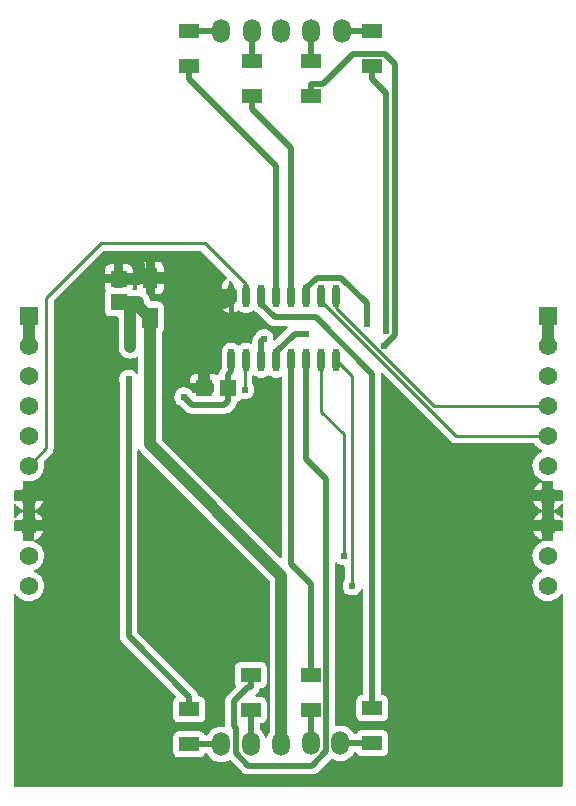
<source format=gtl>
G04 Layer: TopLayer*
G04 EasyEDA v6.5.22, 2023-04-22 10:10:04*
G04 1b96b35224f94a88acdb7b821174fc80,0997c0c323a540828c61b468e30a80a1,10*
G04 Gerber Generator version 0.2*
G04 Scale: 100 percent, Rotated: No, Reflected: No *
G04 Dimensions in millimeters *
G04 leading zeros omitted , absolute positions ,4 integer and 5 decimal *
%FSLAX45Y45*%
%MOMM*%

%AMMACRO1*21,1,$1,$2,0,0,$3*%
%ADD10C,0.5000*%
%ADD11C,1.0000*%
%ADD12C,0.2540*%
%ADD13MACRO1,1.296X1.7575X0.0000*%
%ADD14R,1.2960X1.7575*%
%ADD15O,0.6020054X1.9709892*%
%ADD16MACRO1,1.701X1.2075X0.0000*%
%ADD17R,1.7010X1.2075*%
%ADD18MACRO1,1.35X1.41X90.0000*%
%ADD19MACRO1,1.35X1.41X0.0000*%
%ADD20R,1.3500X1.4100*%
%ADD21O,1.524X1.9999959999999999*%
%ADD22C,1.5748*%
%ADD23R,1.5748X1.5748*%
%ADD24C,0.6100*%
%ADD25C,0.0183*%

%LPD*%
G36*
X1497685Y7153097D02*
G01*
X1493469Y7153503D01*
X1489760Y7155637D01*
X1487271Y7159040D01*
X1486408Y7163155D01*
X1486408Y7264196D01*
X1487322Y7268413D01*
X1489913Y7271867D01*
X1493723Y7273950D01*
X1498092Y7274255D01*
X1502105Y7272680D01*
X1505153Y7269581D01*
X1507896Y7265263D01*
X1517548Y7253376D01*
X1528521Y7242708D01*
X1540713Y7233412D01*
X1553870Y7225639D01*
X1559864Y7222998D01*
X1562963Y7220864D01*
X1565097Y7217714D01*
X1565910Y7214006D01*
X1565351Y7210247D01*
X1563420Y7206996D01*
X1560423Y7204659D01*
X1547164Y7197852D01*
X1534464Y7189317D01*
X1522882Y7179309D01*
X1512570Y7168032D01*
X1504797Y7157262D01*
X1501698Y7154418D01*
G37*

%LPD*%
G36*
X6123330Y7151624D02*
G01*
X6119317Y7152995D01*
X6116218Y7155840D01*
X6107430Y7168032D01*
X6097117Y7179309D01*
X6085535Y7189317D01*
X6072835Y7197852D01*
X6059576Y7204659D01*
X6056579Y7206996D01*
X6054648Y7210247D01*
X6054090Y7214006D01*
X6054902Y7217664D01*
X6057036Y7220813D01*
X6060135Y7222998D01*
X6066129Y7225639D01*
X6079286Y7233412D01*
X6091478Y7242708D01*
X6102451Y7253376D01*
X6112103Y7265263D01*
X6115862Y7271207D01*
X6118910Y7274306D01*
X6122924Y7275830D01*
X6127292Y7275525D01*
X6131102Y7273493D01*
X6133693Y7269988D01*
X6134608Y7265771D01*
X6134608Y7161733D01*
X6133744Y7157618D01*
X6131255Y7154164D01*
X6127546Y7152081D01*
G37*

%LPD*%
G36*
X1496568Y4877308D02*
G01*
X1492656Y4878070D01*
X1489405Y4880305D01*
X1487170Y4883556D01*
X1486408Y4887468D01*
X1486408Y6502196D01*
X1487322Y6506413D01*
X1489913Y6509867D01*
X1493723Y6511950D01*
X1498092Y6512255D01*
X1502105Y6510680D01*
X1505153Y6507581D01*
X1507896Y6503263D01*
X1517548Y6491376D01*
X1528521Y6480708D01*
X1540713Y6471412D01*
X1553870Y6463639D01*
X1567891Y6457442D01*
X1582521Y6452971D01*
X1597609Y6450279D01*
X1612900Y6449364D01*
X1628190Y6450279D01*
X1643278Y6452971D01*
X1657908Y6457442D01*
X1671929Y6463639D01*
X1685086Y6471412D01*
X1697278Y6480708D01*
X1708251Y6491376D01*
X1717903Y6503263D01*
X1726082Y6516217D01*
X1732635Y6530035D01*
X1737563Y6544513D01*
X1740712Y6559499D01*
X1742084Y6574790D01*
X1741627Y6590080D01*
X1739341Y6605219D01*
X1735328Y6620002D01*
X1729587Y6634175D01*
X1722170Y6647586D01*
X1713230Y6660032D01*
X1702917Y6671309D01*
X1691335Y6681317D01*
X1678635Y6689852D01*
X1665376Y6696659D01*
X1662379Y6698996D01*
X1660448Y6702247D01*
X1659889Y6706006D01*
X1660702Y6709714D01*
X1662836Y6712864D01*
X1665935Y6714998D01*
X1671929Y6717639D01*
X1685086Y6725412D01*
X1697278Y6734708D01*
X1708251Y6745376D01*
X1717903Y6757263D01*
X1726082Y6770217D01*
X1732635Y6784035D01*
X1737563Y6798513D01*
X1740712Y6813499D01*
X1742084Y6828790D01*
X1741627Y6844080D01*
X1739341Y6859219D01*
X1735328Y6874002D01*
X1729587Y6888175D01*
X1722170Y6901586D01*
X1713230Y6914032D01*
X1702917Y6925309D01*
X1691335Y6935317D01*
X1678635Y6943852D01*
X1665376Y6950659D01*
X1662379Y6952996D01*
X1660448Y6956247D01*
X1659889Y6960006D01*
X1660702Y6963714D01*
X1662836Y6966864D01*
X1665935Y6968998D01*
X1671929Y6971639D01*
X1685086Y6979412D01*
X1697278Y6988708D01*
X1708251Y6999376D01*
X1717903Y7011263D01*
X1726082Y7024217D01*
X1732635Y7038035D01*
X1733600Y7040880D01*
X1658620Y7040880D01*
X1658620Y6967169D01*
X1657959Y6963562D01*
X1656080Y6960463D01*
X1653184Y6958177D01*
X1649730Y6957110D01*
X1646072Y6957314D01*
X1635760Y6959803D01*
X1620570Y6961581D01*
X1605229Y6961581D01*
X1590040Y6959803D01*
X1579727Y6957314D01*
X1576070Y6957110D01*
X1572615Y6958177D01*
X1569720Y6960463D01*
X1567840Y6963562D01*
X1567180Y6967169D01*
X1567180Y7040880D01*
X1496568Y7040880D01*
X1492656Y7041642D01*
X1489405Y7043877D01*
X1487170Y7047128D01*
X1486408Y7051040D01*
X1486408Y7122159D01*
X1487170Y7126071D01*
X1489405Y7129322D01*
X1492656Y7131558D01*
X1496568Y7132320D01*
X1567180Y7132320D01*
X1567180Y7294880D01*
X1496568Y7294880D01*
X1492656Y7295642D01*
X1489405Y7297877D01*
X1487170Y7301128D01*
X1486408Y7305040D01*
X1486408Y7376159D01*
X1487170Y7380071D01*
X1489405Y7383322D01*
X1492656Y7385558D01*
X1496568Y7386320D01*
X1567180Y7386320D01*
X1567180Y7459929D01*
X1567891Y7463637D01*
X1569872Y7466838D01*
X1572920Y7469073D01*
X1576578Y7470089D01*
X1580286Y7469682D01*
X1582521Y7468971D01*
X1597609Y7466279D01*
X1612900Y7465364D01*
X1628190Y7466279D01*
X1643278Y7468971D01*
X1645513Y7469682D01*
X1649222Y7470089D01*
X1652879Y7469073D01*
X1655927Y7466838D01*
X1657908Y7463637D01*
X1658620Y7459929D01*
X1658620Y7386320D01*
X1733550Y7386320D01*
X1729587Y7396175D01*
X1722170Y7409586D01*
X1713230Y7422032D01*
X1702917Y7433309D01*
X1691335Y7443317D01*
X1678635Y7451852D01*
X1665376Y7458659D01*
X1662379Y7460996D01*
X1660448Y7464247D01*
X1659889Y7468006D01*
X1660702Y7471714D01*
X1662836Y7474864D01*
X1665935Y7476998D01*
X1671929Y7479639D01*
X1685086Y7487412D01*
X1697278Y7496708D01*
X1708251Y7507376D01*
X1717903Y7519263D01*
X1726082Y7532217D01*
X1732635Y7546035D01*
X1737563Y7560513D01*
X1740712Y7575499D01*
X1742084Y7590790D01*
X1741627Y7606080D01*
X1739341Y7621219D01*
X1738680Y7623708D01*
X1738325Y7627264D01*
X1739239Y7630668D01*
X1741271Y7633614D01*
X1804517Y7696860D01*
X1810054Y7703108D01*
X1811375Y7704886D01*
X1815744Y7711846D01*
X1816760Y7713827D01*
X1819910Y7721447D01*
X1820570Y7723530D01*
X1822450Y7731556D01*
X1822754Y7733741D01*
X1823262Y7742072D01*
X1823262Y8986012D01*
X1824024Y8989872D01*
X1826260Y8993174D01*
X2245512Y9412427D01*
X2248814Y9414611D01*
X2252675Y9415424D01*
X3059480Y9415424D01*
X3063341Y9414611D01*
X3066643Y9412427D01*
X3288639Y9190431D01*
X3291027Y9186672D01*
X3291586Y9182303D01*
X3290214Y9178086D01*
X3287217Y9174835D01*
X3277158Y9167977D01*
X3268319Y9159798D01*
X3260801Y9150400D01*
X3254806Y9139986D01*
X3250387Y9128760D01*
X3247745Y9117025D01*
X3246780Y9104630D01*
X3246780Y9092184D01*
X3306013Y9092184D01*
X3306013Y9148572D01*
X3306775Y9152432D01*
X3308959Y9155734D01*
X3312261Y9157970D01*
X3316173Y9158732D01*
X3320034Y9157970D01*
X3323336Y9155734D01*
X3345840Y9133281D01*
X3348024Y9129979D01*
X3348786Y9126067D01*
X3348786Y9092184D01*
X3363620Y9092184D01*
X3367532Y9091422D01*
X3370834Y9089186D01*
X3373018Y9085884D01*
X3373780Y9082024D01*
X3373780Y8991092D01*
X3373018Y8987180D01*
X3370834Y8983878D01*
X3367532Y8981694D01*
X3363620Y8980932D01*
X3348786Y8980932D01*
X3348786Y8890609D01*
X3356864Y8893098D01*
X3367684Y8898331D01*
X3377641Y8905087D01*
X3383991Y8910980D01*
X3387191Y8913012D01*
X3390900Y8913723D01*
X3394608Y8913012D01*
X3397808Y8910980D01*
X3404158Y8905087D01*
X3414115Y8898331D01*
X3424936Y8893098D01*
X3436467Y8889542D01*
X3448354Y8887764D01*
X3460445Y8887764D01*
X3472332Y8889542D01*
X3483864Y8893098D01*
X3494684Y8898331D01*
X3504641Y8905087D01*
X3510991Y8910980D01*
X3514191Y8913012D01*
X3517900Y8913723D01*
X3521608Y8913012D01*
X3524808Y8910980D01*
X3531158Y8905087D01*
X3541115Y8898331D01*
X3543655Y8897112D01*
X3546449Y8895130D01*
X3645915Y8795715D01*
X3652723Y8790076D01*
X3654704Y8788654D01*
X3662273Y8784082D01*
X3664458Y8782964D01*
X3672636Y8779611D01*
X3674973Y8778849D01*
X3683558Y8776716D01*
X3685946Y8776309D01*
X3694785Y8775496D01*
X3796080Y8775446D01*
X3799941Y8774633D01*
X3803243Y8772448D01*
X3805478Y8769146D01*
X3806240Y8765286D01*
X3805478Y8761374D01*
X3803243Y8758072D01*
X3702608Y8657437D01*
X3699205Y8655202D01*
X3695192Y8654491D01*
X3691229Y8655405D01*
X3687927Y8657793D01*
X3685844Y8661349D01*
X3685336Y8665362D01*
X3685743Y8671356D01*
X3684879Y8683142D01*
X3682339Y8694674D01*
X3678072Y8705748D01*
X3672281Y8716060D01*
X3665067Y8725408D01*
X3656584Y8733586D01*
X3646932Y8740495D01*
X3636416Y8745880D01*
X3625240Y8749690D01*
X3613607Y8751824D01*
X3601821Y8752281D01*
X3590036Y8751011D01*
X3578606Y8748014D01*
X3567734Y8743391D01*
X3557625Y8737193D01*
X3548583Y8729675D01*
X3540658Y8720836D01*
X3534156Y8710980D01*
X3531819Y8706053D01*
X3529888Y8703259D01*
X3526180Y8699449D01*
X3520541Y8692692D01*
X3519119Y8690660D01*
X3514547Y8683091D01*
X3510076Y8672728D01*
X3509314Y8670442D01*
X3507181Y8661857D01*
X3506774Y8659418D01*
X3505962Y8650681D01*
X3505911Y8638387D01*
X3505047Y8634425D01*
X3502710Y8631072D01*
X3499307Y8628938D01*
X3495243Y8628329D01*
X3491331Y8629294D01*
X3483864Y8632901D01*
X3472332Y8636457D01*
X3460445Y8638235D01*
X3448354Y8638235D01*
X3436467Y8636457D01*
X3424936Y8632901D01*
X3414115Y8627668D01*
X3404158Y8620912D01*
X3397808Y8615019D01*
X3394608Y8612987D01*
X3390900Y8612276D01*
X3387191Y8612987D01*
X3383991Y8615019D01*
X3377641Y8620912D01*
X3367684Y8627668D01*
X3356864Y8632901D01*
X3345332Y8636457D01*
X3333445Y8638235D01*
X3321354Y8638235D01*
X3309467Y8636457D01*
X3297936Y8632901D01*
X3287115Y8627668D01*
X3277158Y8620912D01*
X3268319Y8612682D01*
X3260801Y8603284D01*
X3254806Y8592870D01*
X3250387Y8581644D01*
X3247745Y8569909D01*
X3246780Y8557514D01*
X3246780Y8424621D01*
X3246170Y8421116D01*
X3244443Y8418068D01*
X3239516Y8412226D01*
X3233572Y8402675D01*
X3232454Y8400491D01*
X3229051Y8392312D01*
X3228340Y8390077D01*
X3225800Y8379053D01*
X3224377Y8375700D01*
X3221837Y8373059D01*
X3218535Y8371484D01*
X3212642Y8369909D01*
X3204718Y8366201D01*
X3200400Y8365286D01*
X3196082Y8366201D01*
X3188157Y8369909D01*
X3179673Y8372195D01*
X3170478Y8373008D01*
X3141980Y8373008D01*
X3141980Y8295081D01*
X3169259Y8295081D01*
X3173120Y8294319D01*
X3176422Y8292134D01*
X3178606Y8288832D01*
X3179419Y8284921D01*
X3179419Y8225078D01*
X3178606Y8221167D01*
X3176422Y8217865D01*
X3173120Y8215680D01*
X3169259Y8214918D01*
X3141980Y8214918D01*
X3141980Y8198103D01*
X3141218Y8194192D01*
X3139033Y8190890D01*
X3135731Y8188706D01*
X3131820Y8187944D01*
X3068980Y8187944D01*
X3065068Y8188706D01*
X3061766Y8190890D01*
X3059582Y8194192D01*
X3058820Y8198103D01*
X3058820Y8214918D01*
X3006496Y8214918D01*
X3002991Y8215528D01*
X2999892Y8217357D01*
X2997657Y8220100D01*
X2995625Y8223656D01*
X2988411Y8233003D01*
X2979928Y8241233D01*
X2970276Y8248091D01*
X2959760Y8253526D01*
X2948584Y8257336D01*
X2936951Y8259470D01*
X2925165Y8259876D01*
X2913380Y8258606D01*
X2901950Y8255609D01*
X2891078Y8250986D01*
X2880969Y8244840D01*
X2871927Y8237270D01*
X2864002Y8228482D01*
X2857500Y8218627D01*
X2852470Y8207908D01*
X2849067Y8196580D01*
X2847340Y8184896D01*
X2847340Y8173059D01*
X2849067Y8161375D01*
X2852470Y8150047D01*
X2857500Y8139328D01*
X2864002Y8129473D01*
X2871927Y8120684D01*
X2880969Y8113115D01*
X2891078Y8106968D01*
X2893212Y8106054D01*
X2896412Y8103870D01*
X2943148Y8057184D01*
X2949956Y8051546D01*
X2959557Y8045602D01*
X2961741Y8044484D01*
X2969920Y8041081D01*
X2972206Y8040319D01*
X2980791Y8038185D01*
X2983230Y8037779D01*
X2992018Y8036966D01*
X3272993Y8036966D01*
X3281781Y8037779D01*
X3284220Y8038185D01*
X3292805Y8040319D01*
X3295091Y8041081D01*
X3303270Y8044484D01*
X3305454Y8045602D01*
X3315055Y8051546D01*
X3321862Y8057184D01*
X3355594Y8090966D01*
X3361283Y8097774D01*
X3367227Y8107375D01*
X3368344Y8109559D01*
X3371748Y8117738D01*
X3372459Y8119973D01*
X3374948Y8130946D01*
X3376422Y8134299D01*
X3378962Y8136940D01*
X3382264Y8138464D01*
X3388156Y8140090D01*
X3396132Y8143798D01*
X3403346Y8148828D01*
X3409543Y8155076D01*
X3411982Y8158530D01*
X3414979Y8161324D01*
X3418789Y8162747D01*
X3422904Y8162544D01*
X3427526Y8161324D01*
X3439312Y8160003D01*
X3451098Y8160461D01*
X3462731Y8162594D01*
X3473907Y8166404D01*
X3484422Y8171840D01*
X3494074Y8178698D01*
X3502558Y8186928D01*
X3509772Y8196275D01*
X3515563Y8206587D01*
X3519830Y8217611D01*
X3522370Y8229142D01*
X3523234Y8240928D01*
X3522370Y8252764D01*
X3519830Y8264296D01*
X3515563Y8275320D01*
X3509772Y8285632D01*
X3507587Y8288477D01*
X3506012Y8291423D01*
X3505454Y8294725D01*
X3505454Y8354314D01*
X3506317Y8358378D01*
X3508705Y8361781D01*
X3510991Y8363915D01*
X3514191Y8365896D01*
X3517900Y8366607D01*
X3521608Y8365896D01*
X3524808Y8363915D01*
X3531158Y8358022D01*
X3541115Y8351215D01*
X3551936Y8345982D01*
X3563467Y8342426D01*
X3575354Y8340648D01*
X3587445Y8340648D01*
X3599332Y8342426D01*
X3610864Y8345982D01*
X3621684Y8351215D01*
X3631641Y8358022D01*
X3637991Y8363915D01*
X3641191Y8365896D01*
X3644900Y8366607D01*
X3648608Y8365896D01*
X3651808Y8363915D01*
X3658158Y8358022D01*
X3668115Y8351215D01*
X3678936Y8345982D01*
X3690467Y8342426D01*
X3702354Y8340648D01*
X3714445Y8340648D01*
X3726332Y8342426D01*
X3737864Y8345982D01*
X3745331Y8349589D01*
X3749294Y8350605D01*
X3753307Y8349945D01*
X3756761Y8347760D01*
X3759098Y8344458D01*
X3759911Y8340445D01*
X3759911Y6825437D01*
X3759098Y6821525D01*
X3756914Y6818223D01*
X3753612Y6816039D01*
X3749751Y6815277D01*
X3745839Y6816039D01*
X3742537Y6818223D01*
X2745079Y7815681D01*
X2742895Y7818983D01*
X2742133Y7822895D01*
X2742133Y8720886D01*
X2742895Y8724747D01*
X2750108Y8735263D01*
X2753817Y8743238D01*
X2756103Y8751722D01*
X2756916Y8760968D01*
X2756916Y8935821D01*
X2756103Y8945016D01*
X2753817Y8953500D01*
X2750108Y8961475D01*
X2745079Y8968689D01*
X2738831Y8974886D01*
X2731617Y8979966D01*
X2723642Y8983675D01*
X2715158Y8985961D01*
X2705963Y8986774D01*
X2651810Y8986774D01*
X2648407Y8987332D01*
X2645359Y8989060D01*
X2643124Y8991701D01*
X2641854Y8994952D01*
X2639568Y9006484D01*
X2635300Y9018930D01*
X2629509Y9030716D01*
X2622194Y9041688D01*
X2613558Y9051544D01*
X2606294Y9057894D01*
X2603754Y9061348D01*
X2602839Y9065514D01*
X2602839Y9135313D01*
X2526284Y9135313D01*
X2526284Y9098178D01*
X2526842Y9092031D01*
X2526334Y9087916D01*
X2524201Y9084310D01*
X2520797Y9081871D01*
X2516682Y9081008D01*
X2499918Y9081008D01*
X2496261Y9081668D01*
X2493111Y9083598D01*
X2490876Y9086545D01*
X2489809Y9090101D01*
X2490114Y9093809D01*
X2492095Y9101226D01*
X2492908Y9110421D01*
X2492908Y9138920D01*
X2414981Y9138920D01*
X2414981Y9111640D01*
X2414219Y9107779D01*
X2412034Y9104477D01*
X2408732Y9102293D01*
X2404821Y9101480D01*
X2344978Y9101480D01*
X2341067Y9102293D01*
X2337765Y9104477D01*
X2335580Y9107779D01*
X2334818Y9111640D01*
X2334818Y9138920D01*
X2256891Y9138920D01*
X2256891Y9110421D01*
X2257704Y9101226D01*
X2259990Y9092742D01*
X2263698Y9084818D01*
X2264613Y9080500D01*
X2263698Y9076182D01*
X2259990Y9068257D01*
X2257704Y9059773D01*
X2256891Y9050578D01*
X2256891Y8910421D01*
X2257704Y8901226D01*
X2259990Y8892743D01*
X2263698Y8884767D01*
X2268728Y8877554D01*
X2274976Y8871356D01*
X2282190Y8866276D01*
X2290114Y8862568D01*
X2298649Y8860282D01*
X2307844Y8859469D01*
X2363673Y8859469D01*
X2367584Y8858707D01*
X2370836Y8856522D01*
X2373071Y8853220D01*
X2373833Y8849309D01*
X2373833Y8603792D01*
X2374087Y8596884D01*
X2374696Y8590483D01*
X2375865Y8583574D01*
X2377236Y8577630D01*
X2379421Y8570620D01*
X2381453Y8565184D01*
X2384653Y8558225D01*
X2387295Y8553399D01*
X2391511Y8546693D01*
X2394559Y8542477D01*
X2399842Y8536127D01*
X2403195Y8532622D01*
X2409545Y8526780D01*
X2413101Y8523935D01*
X2420366Y8518855D01*
X2423972Y8516620D01*
X2432151Y8512403D01*
X2435758Y8510828D01*
X2444699Y8507577D01*
X2448204Y8506561D01*
X2457754Y8504478D01*
X2461056Y8503970D01*
X2471166Y8503158D01*
X2474163Y8503107D01*
X2484577Y8503615D01*
X2487269Y8503920D01*
X2500122Y8506460D01*
X2512872Y8510778D01*
X2522677Y8515502D01*
X2525674Y8517331D01*
X2529738Y8518702D01*
X2533954Y8518296D01*
X2537663Y8516213D01*
X2540203Y8512759D01*
X2541066Y8508593D01*
X2541066Y8383524D01*
X2540254Y8379459D01*
X2537815Y8376056D01*
X2534208Y8373922D01*
X2530043Y8373414D01*
X2526080Y8374634D01*
X2522880Y8377326D01*
X2519070Y8382304D01*
X2510536Y8390483D01*
X2500934Y8397392D01*
X2490419Y8402777D01*
X2479243Y8406587D01*
X2467610Y8408720D01*
X2455773Y8409178D01*
X2444038Y8407908D01*
X2432608Y8404910D01*
X2421737Y8400288D01*
X2411628Y8394090D01*
X2402535Y8386572D01*
X2394661Y8377732D01*
X2388108Y8367877D01*
X2383129Y8357158D01*
X2379726Y8345881D01*
X2377998Y8334146D01*
X2377998Y8322360D01*
X2379726Y8310625D01*
X2382824Y8300313D01*
X2383231Y8297418D01*
X2383282Y6148527D01*
X2384094Y6139688D01*
X2384501Y6137300D01*
X2386634Y6128715D01*
X2387396Y6126378D01*
X2390800Y6118199D01*
X2391918Y6116015D01*
X2397861Y6106464D01*
X2403551Y6099657D01*
X2855772Y5647334D01*
X2858160Y5643575D01*
X2858719Y5639257D01*
X2857398Y5635040D01*
X2848102Y5625490D01*
X2843022Y5618276D01*
X2839313Y5610301D01*
X2837027Y5601817D01*
X2836265Y5592622D01*
X2836265Y5472734D01*
X2837027Y5463540D01*
X2839313Y5455056D01*
X2843022Y5447080D01*
X2848102Y5439867D01*
X2854299Y5433618D01*
X2861513Y5428589D01*
X2869488Y5424881D01*
X2877972Y5422595D01*
X2887218Y5421782D01*
X3056382Y5421782D01*
X3065627Y5422595D01*
X3074111Y5424881D01*
X3082086Y5428589D01*
X3089300Y5433618D01*
X3095498Y5439867D01*
X3100578Y5447080D01*
X3104286Y5455056D01*
X3106572Y5463540D01*
X3107334Y5472734D01*
X3107334Y5592622D01*
X3106572Y5601817D01*
X3104286Y5610301D01*
X3100578Y5618276D01*
X3095498Y5625490D01*
X3089300Y5631738D01*
X3082086Y5636768D01*
X3074111Y5640476D01*
X3065627Y5642762D01*
X3055162Y5643575D01*
X3051149Y5644794D01*
X3047949Y5647537D01*
X3046120Y5651296D01*
X3043885Y5660542D01*
X3043123Y5662828D01*
X3038652Y5673191D01*
X3034080Y5680760D01*
X3032658Y5682792D01*
X3027019Y5689600D01*
X2537206Y6179464D01*
X2535021Y6182715D01*
X2534259Y6186627D01*
X2534259Y7724444D01*
X2535275Y7728813D01*
X2538069Y7732369D01*
X2542082Y7734350D01*
X2546604Y7734350D01*
X2550668Y7732420D01*
X2553512Y7728915D01*
X2554579Y7726781D01*
X2561894Y7715859D01*
X2570784Y7705750D01*
X3649116Y6627418D01*
X3651300Y6624116D01*
X3652113Y6620205D01*
X3652113Y5339791D01*
X3651554Y5336438D01*
X3649929Y5333492D01*
X3648354Y5331460D01*
X3640429Y5318353D01*
X3634130Y5304434D01*
X3632352Y5298643D01*
X3630218Y5294934D01*
X3626815Y5292394D01*
X3622649Y5291480D01*
X3618484Y5292394D01*
X3615029Y5294934D01*
X3612946Y5298643D01*
X3611219Y5304180D01*
X3604920Y5318099D01*
X3596995Y5331206D01*
X3587597Y5343245D01*
X3576777Y5354066D01*
X3571900Y5357876D01*
X3569817Y5360111D01*
X3568446Y5362854D01*
X3567988Y5365902D01*
X3567988Y5408015D01*
X3568700Y5411724D01*
X3570681Y5414873D01*
X3573678Y5417159D01*
X3577285Y5418175D01*
X3586327Y5418937D01*
X3594811Y5421223D01*
X3602786Y5424932D01*
X3610000Y5429961D01*
X3616198Y5436209D01*
X3621278Y5443423D01*
X3624986Y5451398D01*
X3627272Y5459882D01*
X3628034Y5469077D01*
X3628034Y5588965D01*
X3627272Y5598160D01*
X3624986Y5606643D01*
X3621278Y5614619D01*
X3616198Y5621832D01*
X3610000Y5628081D01*
X3602786Y5633110D01*
X3594811Y5636818D01*
X3586327Y5639104D01*
X3577082Y5639917D01*
X3542792Y5639917D01*
X3538626Y5640781D01*
X3535222Y5643270D01*
X3533140Y5646877D01*
X3532682Y5651093D01*
X3533952Y5655106D01*
X3536746Y5658256D01*
X3539591Y5660339D01*
X3543858Y5663996D01*
X3547821Y5668010D01*
X3551529Y5672277D01*
X3554882Y5676849D01*
X3557879Y5681624D01*
X3560521Y5686602D01*
X3562756Y5691784D01*
X3564636Y5697118D01*
X3566058Y5702401D01*
X3566515Y5705297D01*
X3568192Y5709462D01*
X3571443Y5712510D01*
X3575761Y5713882D01*
X3586327Y5714695D01*
X3594811Y5716981D01*
X3602786Y5720689D01*
X3610000Y5725718D01*
X3616198Y5731967D01*
X3621278Y5739180D01*
X3624986Y5747156D01*
X3627272Y5755640D01*
X3628034Y5764834D01*
X3628034Y5884722D01*
X3627272Y5893917D01*
X3624986Y5902401D01*
X3621278Y5910376D01*
X3616198Y5917590D01*
X3610000Y5923838D01*
X3602786Y5928868D01*
X3594811Y5932576D01*
X3586327Y5934862D01*
X3577082Y5935675D01*
X3407918Y5935675D01*
X3398672Y5934862D01*
X3390188Y5932576D01*
X3382213Y5928868D01*
X3374999Y5923838D01*
X3368801Y5917590D01*
X3363722Y5910376D01*
X3360013Y5902401D01*
X3357727Y5893917D01*
X3356965Y5884722D01*
X3356965Y5764834D01*
X3357727Y5755640D01*
X3360013Y5747156D01*
X3363722Y5739180D01*
X3365195Y5737098D01*
X3366668Y5733897D01*
X3366973Y5730392D01*
X3366058Y5726988D01*
X3364077Y5724093D01*
X3296818Y5656732D01*
X3291128Y5649925D01*
X3285185Y5640374D01*
X3284067Y5638190D01*
X3280664Y5630011D01*
X3279901Y5627674D01*
X3277768Y5619089D01*
X3277362Y5616702D01*
X3276549Y5607862D01*
X3276498Y5394045D01*
X3275533Y5389727D01*
X3272840Y5386222D01*
X3268929Y5384190D01*
X3264509Y5384038D01*
X3257854Y5385257D01*
X3242564Y5386171D01*
X3227273Y5385257D01*
X3212236Y5382514D01*
X3197656Y5377942D01*
X3183686Y5371693D01*
X3170580Y5363768D01*
X3158540Y5354320D01*
X3147720Y5343499D01*
X3138322Y5331460D01*
X3127603Y5314035D01*
X3124403Y5311952D01*
X3120593Y5311190D01*
X3114548Y5311292D01*
X3110839Y5311749D01*
X3107588Y5312714D01*
X3104845Y5314696D01*
X3102914Y5317540D01*
X3100578Y5322519D01*
X3095498Y5329732D01*
X3089300Y5335981D01*
X3082086Y5341010D01*
X3074111Y5344718D01*
X3065627Y5347004D01*
X3056382Y5347817D01*
X2887218Y5347817D01*
X2877972Y5347004D01*
X2869488Y5344718D01*
X2861513Y5341010D01*
X2854299Y5335981D01*
X2848102Y5329732D01*
X2843022Y5322519D01*
X2839313Y5314543D01*
X2837027Y5306060D01*
X2836265Y5296865D01*
X2836265Y5176977D01*
X2837027Y5167782D01*
X2839313Y5159298D01*
X2843022Y5151323D01*
X2848102Y5144109D01*
X2854299Y5137861D01*
X2861513Y5132832D01*
X2869488Y5129123D01*
X2877972Y5126837D01*
X2887218Y5126024D01*
X3056382Y5126024D01*
X3065627Y5126837D01*
X3074111Y5129123D01*
X3082086Y5132832D01*
X3089300Y5137861D01*
X3095498Y5144109D01*
X3100578Y5151323D01*
X3101949Y5154320D01*
X3104184Y5157419D01*
X3107436Y5159451D01*
X3111195Y5160213D01*
X3120593Y5160213D01*
X3124403Y5159451D01*
X3127654Y5157368D01*
X3138322Y5139944D01*
X3147720Y5127904D01*
X3158540Y5117084D01*
X3170580Y5107635D01*
X3183686Y5099710D01*
X3197656Y5093462D01*
X3212236Y5088890D01*
X3227273Y5086146D01*
X3242564Y5085232D01*
X3257854Y5086146D01*
X3272891Y5088890D01*
X3287471Y5093462D01*
X3301441Y5099710D01*
X3309315Y5104485D01*
X3313582Y5105908D01*
X3318001Y5105349D01*
X3321761Y5102961D01*
X3422446Y5002377D01*
X3429254Y4996738D01*
X3431235Y4995316D01*
X3438804Y4990744D01*
X3440988Y4989626D01*
X3449167Y4986274D01*
X3451504Y4985512D01*
X3460089Y4983378D01*
X3462477Y4982972D01*
X3471316Y4982159D01*
X4013860Y4982159D01*
X4022699Y4982972D01*
X4025087Y4983378D01*
X4033672Y4985512D01*
X4036009Y4986274D01*
X4044187Y4989626D01*
X4046372Y4990744D01*
X4053941Y4995316D01*
X4055922Y4996738D01*
X4062729Y5002377D01*
X4173321Y5112867D01*
X4177080Y5115255D01*
X4181500Y5115814D01*
X4185716Y5114391D01*
X4193590Y5109616D01*
X4207560Y5103368D01*
X4222140Y5098796D01*
X4237177Y5096052D01*
X4252468Y5095138D01*
X4267758Y5096052D01*
X4282795Y5098796D01*
X4297375Y5103368D01*
X4311345Y5109616D01*
X4324451Y5117541D01*
X4336491Y5126990D01*
X4347311Y5137810D01*
X4356709Y5149850D01*
X4367377Y5167274D01*
X4370628Y5169357D01*
X4374438Y5170119D01*
X4383125Y5170119D01*
X4386884Y5169357D01*
X4390085Y5167325D01*
X4397502Y5156809D01*
X4403699Y5150561D01*
X4410913Y5145532D01*
X4418888Y5141823D01*
X4427372Y5139537D01*
X4436618Y5138724D01*
X4605782Y5138724D01*
X4615027Y5139537D01*
X4623511Y5141823D01*
X4631486Y5145532D01*
X4638700Y5150561D01*
X4644898Y5156809D01*
X4649978Y5164023D01*
X4653686Y5171998D01*
X4655972Y5180482D01*
X4656734Y5189677D01*
X4656734Y5309565D01*
X4655972Y5318760D01*
X4653686Y5327243D01*
X4649978Y5335219D01*
X4644898Y5342432D01*
X4638700Y5348681D01*
X4631486Y5353710D01*
X4623511Y5357418D01*
X4615027Y5359704D01*
X4605782Y5360517D01*
X4436618Y5360517D01*
X4427372Y5359704D01*
X4418888Y5357418D01*
X4410913Y5353710D01*
X4403699Y5348681D01*
X4397502Y5342432D01*
X4392422Y5335219D01*
X4390085Y5330240D01*
X4388053Y5327294D01*
X4385106Y5325262D01*
X4375505Y5323382D01*
X4371390Y5323382D01*
X4367580Y5325059D01*
X4364786Y5328056D01*
X4356709Y5341366D01*
X4347311Y5353405D01*
X4336491Y5364226D01*
X4324451Y5373674D01*
X4311345Y5381599D01*
X4297375Y5387848D01*
X4282795Y5392420D01*
X4267758Y5395163D01*
X4252468Y5396077D01*
X4237177Y5395163D01*
X4222140Y5392420D01*
X4219295Y5391505D01*
X4215536Y5391099D01*
X4211878Y5392064D01*
X4208830Y5394299D01*
X4206798Y5397500D01*
X4206087Y5401208D01*
X4206087Y6767423D01*
X4206849Y6771182D01*
X4208881Y6774434D01*
X4211980Y6776669D01*
X4215688Y6777583D01*
X4219498Y6777075D01*
X4222800Y6775196D01*
X4232910Y6766712D01*
X4242968Y6760565D01*
X4253839Y6755942D01*
X4265269Y6752945D01*
X4277004Y6751675D01*
X4281017Y6751015D01*
X4284421Y6748830D01*
X4286707Y6745478D01*
X4287520Y6741515D01*
X4287520Y6632498D01*
X4287113Y6629552D01*
X4285843Y6626859D01*
X4280103Y6618224D01*
X4275124Y6607505D01*
X4271721Y6596227D01*
X4269994Y6584492D01*
X4269994Y6572707D01*
X4271721Y6560972D01*
X4275124Y6549644D01*
X4280103Y6538976D01*
X4286656Y6529120D01*
X4294530Y6520281D01*
X4303623Y6512712D01*
X4313732Y6506565D01*
X4324604Y6501942D01*
X4336034Y6498945D01*
X4347768Y6497675D01*
X4359605Y6498082D01*
X4371238Y6500266D01*
X4382414Y6504076D01*
X4392930Y6509461D01*
X4402531Y6516370D01*
X4411065Y6524548D01*
X4418279Y6533896D01*
X4424070Y6544208D01*
X4426051Y6549390D01*
X4428185Y6552793D01*
X4431436Y6555079D01*
X4435348Y6555943D01*
X4439310Y6555181D01*
X4442663Y6552996D01*
X4444898Y6549694D01*
X4445711Y6545783D01*
X4445711Y5666384D01*
X4445000Y5662676D01*
X4443018Y5659526D01*
X4440021Y5657240D01*
X4436414Y5656224D01*
X4427372Y5655462D01*
X4418888Y5653176D01*
X4410913Y5649468D01*
X4403699Y5644438D01*
X4397502Y5638190D01*
X4392422Y5630976D01*
X4388713Y5623001D01*
X4386427Y5614517D01*
X4385665Y5605322D01*
X4385665Y5485434D01*
X4386427Y5476240D01*
X4388713Y5467756D01*
X4392422Y5459780D01*
X4397502Y5452567D01*
X4403699Y5446318D01*
X4410913Y5441289D01*
X4418888Y5437581D01*
X4427372Y5435295D01*
X4436618Y5434482D01*
X4605782Y5434482D01*
X4615027Y5435295D01*
X4623511Y5437581D01*
X4631486Y5441289D01*
X4638700Y5446318D01*
X4644898Y5452567D01*
X4649978Y5459780D01*
X4653686Y5467756D01*
X4655972Y5476240D01*
X4656734Y5485434D01*
X4656734Y5605322D01*
X4655972Y5614517D01*
X4653686Y5623001D01*
X4649978Y5630976D01*
X4644898Y5638190D01*
X4638700Y5644438D01*
X4631486Y5649468D01*
X4623511Y5653176D01*
X4615027Y5655462D01*
X4605985Y5656224D01*
X4602378Y5657240D01*
X4599381Y5659526D01*
X4597400Y5662676D01*
X4596688Y5666384D01*
X4596688Y8373008D01*
X4597501Y8376869D01*
X4599686Y8380171D01*
X4602988Y8382355D01*
X4606848Y8383168D01*
X4610760Y8382355D01*
X4614062Y8380171D01*
X5190083Y7804150D01*
X5198110Y7797292D01*
X5207050Y7791907D01*
X5214670Y7788757D01*
X5224830Y7786217D01*
X5227015Y7785912D01*
X5235346Y7785404D01*
X5888837Y7785404D01*
X5892190Y7784846D01*
X5895136Y7783169D01*
X5897422Y7780629D01*
X5902096Y7773263D01*
X5911748Y7761376D01*
X5922721Y7750708D01*
X5934913Y7741412D01*
X5948070Y7733639D01*
X5954064Y7730998D01*
X5957163Y7728813D01*
X5959297Y7725664D01*
X5960110Y7722006D01*
X5959551Y7718247D01*
X5957620Y7714996D01*
X5954623Y7712659D01*
X5941364Y7705852D01*
X5928664Y7697317D01*
X5917082Y7687309D01*
X5906770Y7676032D01*
X5897829Y7663586D01*
X5890412Y7650175D01*
X5884672Y7635951D01*
X5880658Y7621219D01*
X5878372Y7606080D01*
X5877915Y7590739D01*
X5879287Y7575499D01*
X5882436Y7560513D01*
X5887364Y7546035D01*
X5893917Y7532217D01*
X5902096Y7519263D01*
X5911748Y7507376D01*
X5922721Y7496708D01*
X5934913Y7487412D01*
X5948070Y7479639D01*
X5954064Y7476998D01*
X5957163Y7474813D01*
X5959297Y7471664D01*
X5960110Y7468006D01*
X5959551Y7464247D01*
X5957620Y7460996D01*
X5954623Y7458659D01*
X5941364Y7451852D01*
X5928664Y7443317D01*
X5917082Y7433309D01*
X5906770Y7422032D01*
X5897829Y7409586D01*
X5890412Y7396175D01*
X5886450Y7386320D01*
X5961380Y7386320D01*
X5961380Y7459929D01*
X5962091Y7463637D01*
X5964072Y7466838D01*
X5967120Y7469073D01*
X5970778Y7470089D01*
X5974486Y7469631D01*
X5976721Y7468971D01*
X5991809Y7466279D01*
X6007100Y7465364D01*
X6022390Y7466279D01*
X6037478Y7468971D01*
X6039713Y7469631D01*
X6043422Y7470089D01*
X6047079Y7469073D01*
X6050127Y7466838D01*
X6052108Y7463637D01*
X6052820Y7459929D01*
X6052820Y7386320D01*
X6124448Y7386320D01*
X6128359Y7385507D01*
X6131610Y7383322D01*
X6133846Y7380020D01*
X6134608Y7376159D01*
X6134608Y7305040D01*
X6133846Y7301128D01*
X6131610Y7297826D01*
X6128359Y7295642D01*
X6124448Y7294880D01*
X6052820Y7294880D01*
X6052820Y7132320D01*
X6124448Y7132320D01*
X6128359Y7131507D01*
X6131610Y7129322D01*
X6133846Y7126020D01*
X6134608Y7122159D01*
X6134608Y7051040D01*
X6133846Y7047128D01*
X6131610Y7043826D01*
X6128359Y7041642D01*
X6124448Y7040880D01*
X6052820Y7040880D01*
X6052820Y6967169D01*
X6052159Y6963562D01*
X6050280Y6960412D01*
X6047384Y6958177D01*
X6043930Y6957059D01*
X6040272Y6957263D01*
X6029960Y6959752D01*
X6014770Y6961581D01*
X5999429Y6961581D01*
X5984240Y6959752D01*
X5973927Y6957263D01*
X5970270Y6957059D01*
X5966815Y6958177D01*
X5963920Y6960412D01*
X5962040Y6963562D01*
X5961380Y6967169D01*
X5961380Y7040880D01*
X5886399Y7040880D01*
X5887364Y7038035D01*
X5893917Y7024217D01*
X5902096Y7011263D01*
X5911748Y6999376D01*
X5922721Y6988708D01*
X5934913Y6979412D01*
X5948070Y6971639D01*
X5954064Y6968998D01*
X5957163Y6966813D01*
X5959297Y6963664D01*
X5960110Y6960006D01*
X5959551Y6956247D01*
X5957620Y6952996D01*
X5954623Y6950659D01*
X5941364Y6943852D01*
X5928664Y6935317D01*
X5917082Y6925309D01*
X5906770Y6914032D01*
X5897829Y6901586D01*
X5890412Y6888175D01*
X5884672Y6873951D01*
X5880658Y6859219D01*
X5878372Y6844080D01*
X5877915Y6828739D01*
X5879287Y6813499D01*
X5882436Y6798513D01*
X5887364Y6784035D01*
X5893917Y6770217D01*
X5902096Y6757263D01*
X5911748Y6745376D01*
X5922721Y6734708D01*
X5934913Y6725412D01*
X5948070Y6717639D01*
X5954064Y6714998D01*
X5957163Y6712813D01*
X5959297Y6709664D01*
X5960110Y6706006D01*
X5959551Y6702247D01*
X5957620Y6698996D01*
X5954623Y6696659D01*
X5941364Y6689852D01*
X5928664Y6681317D01*
X5917082Y6671309D01*
X5906770Y6660032D01*
X5897829Y6647586D01*
X5890412Y6634175D01*
X5884672Y6619951D01*
X5880658Y6605219D01*
X5878372Y6590080D01*
X5877915Y6574739D01*
X5879287Y6559499D01*
X5882436Y6544513D01*
X5887364Y6530035D01*
X5893917Y6516217D01*
X5902096Y6503263D01*
X5911748Y6491376D01*
X5922721Y6480708D01*
X5934913Y6471412D01*
X5948070Y6463639D01*
X5962091Y6457442D01*
X5976721Y6452971D01*
X5991809Y6450279D01*
X6007100Y6449364D01*
X6022390Y6450279D01*
X6037478Y6452971D01*
X6052108Y6457442D01*
X6066129Y6463639D01*
X6079286Y6471412D01*
X6091478Y6480708D01*
X6102451Y6491376D01*
X6112103Y6503263D01*
X6115862Y6509207D01*
X6118910Y6512306D01*
X6122924Y6513830D01*
X6127292Y6513525D01*
X6131102Y6511493D01*
X6133693Y6507988D01*
X6134608Y6503771D01*
X6134608Y4887468D01*
X6133846Y4883556D01*
X6131610Y4880305D01*
X6128359Y4878070D01*
X6124448Y4877308D01*
G37*

%LPC*%
G36*
X1658620Y7132320D02*
G01*
X1733550Y7132320D01*
X1729587Y7142175D01*
X1722170Y7155586D01*
X1713230Y7168032D01*
X1702917Y7179309D01*
X1691335Y7189317D01*
X1678635Y7197852D01*
X1665376Y7204659D01*
X1662379Y7206996D01*
X1660448Y7210247D01*
X1659889Y7214006D01*
X1660702Y7217714D01*
X1662836Y7220864D01*
X1665935Y7222998D01*
X1671929Y7225639D01*
X1685086Y7233412D01*
X1697278Y7242708D01*
X1708251Y7253376D01*
X1717903Y7265263D01*
X1726082Y7278217D01*
X1732635Y7292035D01*
X1733600Y7294880D01*
X1658620Y7294880D01*
G37*
G36*
X5886450Y7132320D02*
G01*
X5961380Y7132320D01*
X5961380Y7294880D01*
X5886399Y7294880D01*
X5887364Y7292035D01*
X5893917Y7278217D01*
X5902096Y7265263D01*
X5911748Y7253376D01*
X5922721Y7242708D01*
X5934913Y7233412D01*
X5948070Y7225639D01*
X5954064Y7222998D01*
X5957163Y7220813D01*
X5959297Y7217664D01*
X5960110Y7214006D01*
X5959551Y7210247D01*
X5957620Y7206996D01*
X5954623Y7204659D01*
X5941364Y7197852D01*
X5928664Y7189317D01*
X5917082Y7179309D01*
X5906770Y7168032D01*
X5897829Y7155586D01*
X5890412Y7142175D01*
G37*
G36*
X2979369Y8295081D02*
G01*
X3058820Y8295081D01*
X3058820Y8373008D01*
X3030321Y8373008D01*
X3021126Y8372195D01*
X3012643Y8369909D01*
X3004667Y8366201D01*
X2997454Y8361172D01*
X2991256Y8354923D01*
X2986176Y8347709D01*
X2982468Y8339785D01*
X2980182Y8331250D01*
X2979369Y8322056D01*
G37*
G36*
X3306013Y8890609D02*
G01*
X3306013Y8980932D01*
X3246780Y8980932D01*
X3246780Y8968486D01*
X3247745Y8956090D01*
X3250387Y8944356D01*
X3254806Y8933129D01*
X3260801Y8922715D01*
X3268319Y8913317D01*
X3277158Y8905087D01*
X3287115Y8898331D01*
X3297936Y8893098D01*
G37*
G36*
X2680360Y9047226D02*
G01*
X2705963Y9047226D01*
X2715158Y9048038D01*
X2723642Y9050324D01*
X2731617Y9054033D01*
X2738831Y9059113D01*
X2745079Y9065310D01*
X2750108Y9072524D01*
X2753817Y9080500D01*
X2756103Y9088983D01*
X2756916Y9098178D01*
X2756916Y9135313D01*
X2680360Y9135313D01*
G37*
G36*
X2256891Y9222079D02*
G01*
X2334818Y9222079D01*
X2334818Y9301530D01*
X2307844Y9301530D01*
X2298649Y9300718D01*
X2290114Y9298432D01*
X2282190Y9294723D01*
X2274976Y9289643D01*
X2268728Y9283446D01*
X2263698Y9276232D01*
X2259990Y9268256D01*
X2257704Y9259773D01*
X2256891Y9250578D01*
G37*
G36*
X2414981Y9222079D02*
G01*
X2492908Y9222079D01*
X2492908Y9250578D01*
X2492095Y9259773D01*
X2489809Y9268256D01*
X2486101Y9276232D01*
X2481072Y9283446D01*
X2474823Y9289643D01*
X2467610Y9294723D01*
X2459685Y9298432D01*
X2451150Y9300718D01*
X2441956Y9301530D01*
X2414981Y9301530D01*
G37*
G36*
X2526284Y9235897D02*
G01*
X2602839Y9235897D01*
X2602839Y9323984D01*
X2577236Y9323984D01*
X2568041Y9323222D01*
X2559558Y9320936D01*
X2551582Y9317228D01*
X2544368Y9312148D01*
X2538120Y9305950D01*
X2533091Y9298736D01*
X2529382Y9290761D01*
X2527096Y9282277D01*
X2526284Y9273032D01*
G37*
G36*
X2680360Y9235897D02*
G01*
X2756916Y9235897D01*
X2756916Y9273032D01*
X2756103Y9282277D01*
X2753817Y9290761D01*
X2750108Y9298736D01*
X2745079Y9305950D01*
X2738831Y9312148D01*
X2731617Y9317228D01*
X2723642Y9320936D01*
X2715158Y9323222D01*
X2705963Y9323984D01*
X2680360Y9323984D01*
G37*

%LPD*%
D10*
X3300399Y8367544D02*
G01*
X3327400Y8394545D01*
X3327400Y8489439D01*
X3300399Y8308769D02*
G01*
X3300399Y8367544D01*
X3300399Y8308769D02*
G01*
X3300399Y8254997D01*
X3300399Y8142475D02*
G01*
X3270351Y8112427D01*
X2994659Y8112427D01*
X2928111Y8178975D01*
X3300399Y8254997D02*
G01*
X3300399Y8142475D01*
D11*
X2374900Y9180497D02*
G01*
X2542489Y9180497D01*
X2641600Y9185628D02*
G01*
X2806471Y9185628D01*
X3100400Y8254997D02*
G01*
X3100400Y8976586D01*
X3282746Y8991902D02*
G01*
X3267430Y8976586D01*
X3100400Y8976586D01*
X3100400Y8976586D02*
G01*
X3015513Y8976586D01*
X2806471Y9185628D01*
X2542489Y9180497D02*
G01*
X2547620Y9185628D01*
X2547620Y9185628D02*
G01*
X2641600Y9185628D01*
X6007100Y7340597D02*
G01*
X6007100Y7086597D01*
X2547620Y9185628D02*
G01*
X2547620Y9298480D01*
X2494254Y9351845D01*
X2258313Y9351845D01*
X2152192Y9245724D01*
X2152192Y7879890D01*
X1612900Y7340597D01*
X1612900Y7340597D02*
G01*
X1612900Y7086597D01*
X3752595Y5235699D02*
G01*
X3752595Y6666049D01*
X2641600Y7777045D01*
X2641600Y8848366D01*
X2542489Y8980497D02*
G01*
X2542489Y8947477D01*
X2641600Y8848366D01*
X2374900Y8980497D02*
G01*
X2458694Y8980497D01*
X2458694Y8980497D02*
G01*
X2542489Y8980497D01*
X2458694Y8980497D02*
G01*
X2474340Y8964851D01*
X2474340Y8603612D01*
X6007100Y8864597D02*
G01*
X6007100Y8610597D01*
X1612900Y8864597D02*
G01*
X1612900Y8610597D01*
D12*
X4089400Y8489439D02*
G01*
X4089400Y8053321D01*
X4279976Y7862745D01*
X4279976Y6832597D01*
X3442258Y8240951D02*
G01*
X3442258Y8477298D01*
X3454400Y8489439D01*
X6007100Y7848597D02*
G01*
X5235016Y7848597D01*
X4089400Y8994213D01*
X4089400Y9036555D01*
X4216400Y8489439D02*
G01*
X4350740Y8355098D01*
X4350740Y6578597D01*
X4216400Y9036555D02*
G01*
X4216400Y8930383D01*
X5044186Y8102597D01*
X6007100Y8102597D01*
D10*
X4000500Y10828728D02*
G01*
X4105909Y10828728D01*
X4359935Y11082754D01*
X4630750Y11082754D01*
X4715840Y10997664D01*
X4715840Y8703409D01*
X4624324Y8611892D01*
X3604768Y8671354D02*
G01*
X3581400Y8647986D01*
X3581400Y8489439D01*
X4000500Y10723318D02*
G01*
X4000500Y10828728D01*
X4521200Y10871908D02*
G01*
X4640275Y10752833D01*
X4640275Y8738689D01*
X3957700Y8713848D02*
G01*
X3865803Y8713848D01*
X3708400Y8556444D01*
X3708400Y8489439D01*
X4521200Y10977318D02*
G01*
X4521200Y10871908D01*
X3492500Y5824776D02*
G01*
X3492500Y5719366D01*
X3962400Y8489439D02*
G01*
X3962400Y7654439D01*
X4130598Y7486241D01*
X4130598Y5176949D01*
X4011244Y5057594D01*
X3473932Y5057594D01*
X3367786Y5163741D01*
X3367786Y5372249D01*
X3352012Y5388023D01*
X3352012Y5605244D01*
X3466134Y5719366D01*
X3492500Y5719366D01*
X2971800Y5638086D02*
G01*
X2458745Y6151140D01*
X2458745Y8328251D01*
X4473193Y8794823D02*
G01*
X4473193Y8973817D01*
X4261408Y9185602D01*
X4051452Y9185602D01*
X3962400Y9096550D01*
X3962400Y9036555D01*
X2971800Y5532676D02*
G01*
X2971800Y5638086D01*
X4521200Y5545376D02*
G01*
X4521200Y8373742D01*
X4044010Y8850932D01*
X3697401Y8850932D01*
X3581400Y8966934D01*
X3581400Y9036555D01*
X4002531Y11275565D02*
G01*
X4000500Y11273533D01*
X4000500Y11019076D01*
X4262627Y11275311D02*
G01*
X4388891Y11275311D01*
X4391126Y11273076D01*
X4521200Y11273076D02*
G01*
X4391126Y11273076D01*
X4002531Y5245605D02*
G01*
X4000500Y5247637D01*
X4000500Y5529018D01*
X4000500Y5824776D02*
G01*
X4000500Y6595056D01*
X3835400Y6760156D01*
X3835400Y8489439D01*
X3492754Y5235445D02*
G01*
X3492500Y5235699D01*
X3492500Y5529018D01*
X3242563Y5235699D02*
G01*
X3103092Y5235699D01*
X3101873Y5236918D01*
X2971800Y5236918D02*
G01*
X3101873Y5236918D01*
X3502659Y11275311D02*
G01*
X3505200Y11272771D01*
X3505200Y11019076D01*
X3835400Y9036555D02*
G01*
X3835400Y10287708D01*
X3505200Y10617908D01*
X3505200Y10723318D02*
G01*
X3505200Y10617908D01*
X3242818Y11275311D02*
G01*
X3104108Y11275311D01*
X3101873Y11273076D01*
X2971800Y11273076D02*
G01*
X3101873Y11273076D01*
X3708400Y9036555D02*
G01*
X3708400Y10135308D01*
X2971800Y10871908D01*
X2971800Y10977318D02*
G01*
X2971800Y10871908D01*
X4252468Y5245605D02*
G01*
X4387113Y5245605D01*
X4391126Y5249618D01*
X4521200Y5249618D02*
G01*
X4391126Y5249618D01*
D12*
X3454400Y9036558D02*
G01*
X3454400Y9131300D01*
X3107181Y9478518D01*
X2222245Y9478518D01*
X1759965Y9016492D01*
X1759965Y7741665D01*
X1612900Y7594600D01*
D13*
G01*
X2641600Y8848375D03*
D14*
G01*
X2641600Y9185630D03*
D15*
G01*
X3327400Y8489442D03*
G01*
X3454400Y8489442D03*
G01*
X3581400Y8489442D03*
G01*
X3708400Y8489442D03*
G01*
X3835400Y8489442D03*
G01*
X3962400Y8489442D03*
G01*
X4089400Y8489442D03*
G01*
X4216400Y8489442D03*
G01*
X3327400Y9036558D03*
G01*
X3454400Y9036558D03*
G01*
X3581400Y9036558D03*
G01*
X3708400Y9036558D03*
G01*
X3835400Y9036558D03*
G01*
X3962400Y9036558D03*
G01*
X4089400Y9036558D03*
G01*
X4216400Y9036558D03*
D16*
G01*
X4521200Y5249623D03*
D17*
G01*
X4521200Y5545378D03*
D18*
G01*
X3300402Y8255000D03*
G01*
X3100397Y8255000D03*
D19*
G01*
X2374900Y8980497D03*
D20*
G01*
X2374900Y9180499D03*
D16*
G01*
X4000500Y11019076D03*
D17*
G01*
X4000500Y10723321D03*
D16*
G01*
X4521200Y11273076D03*
D17*
G01*
X4521200Y10977321D03*
D16*
G01*
X4000500Y5529023D03*
D17*
G01*
X4000500Y5824778D03*
D16*
G01*
X3492500Y5529023D03*
D17*
G01*
X3492500Y5824778D03*
D16*
G01*
X2971800Y5236923D03*
D17*
G01*
X2971800Y5532678D03*
D16*
G01*
X3505200Y11019076D03*
D17*
G01*
X3505200Y10723321D03*
D16*
G01*
X2971800Y11273076D03*
D17*
G01*
X2971800Y10977321D03*
D21*
G01*
X4262627Y11275313D03*
G01*
X4002531Y11275568D03*
G01*
X3752595Y11275313D03*
G01*
X3502659Y11275313D03*
G01*
X3242818Y11275313D03*
G01*
X4252468Y5245607D03*
G01*
X4002531Y5245607D03*
G01*
X3752595Y5235702D03*
G01*
X3492754Y5235447D03*
G01*
X3242563Y5235702D03*
D22*
G01*
X1612900Y6578600D03*
G01*
X1612900Y6832600D03*
G01*
X1612900Y7086600D03*
G01*
X1612900Y7340600D03*
G01*
X1612900Y7594600D03*
G01*
X1612900Y7848600D03*
G01*
X1612900Y8102600D03*
G01*
X1612900Y8356600D03*
G01*
X1612900Y8610600D03*
D23*
G01*
X1612900Y8864600D03*
D22*
G01*
X6007100Y6578574D03*
G01*
X6007100Y6832574D03*
G01*
X6007100Y7086574D03*
G01*
X6007100Y7340574D03*
G01*
X6007100Y7594574D03*
G01*
X6007100Y7848574D03*
G01*
X6007100Y8102574D03*
G01*
X6007100Y8356574D03*
G01*
X6007100Y8610574D03*
D23*
G01*
X6007100Y8864574D03*
D24*
G01*
X4473193Y8794826D03*
G01*
X2458745Y8328253D03*
G01*
X3957700Y8713851D03*
G01*
X4640275Y8738692D03*
G01*
X3604768Y8671356D03*
G01*
X4624324Y8611895D03*
G01*
X4350740Y6578600D03*
G01*
X3442258Y8240953D03*
G01*
X4279976Y6832600D03*
D11*
G01*
X2474340Y8603614D03*
D24*
G01*
X2928111Y8178977D03*
M02*

</source>
